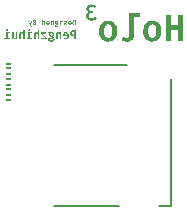
<source format=gbo>
G04*
G04 #@! TF.GenerationSoftware,Altium Limited,Altium Designer,21.7.2 (23)*
G04*
G04 Layer_Color=32896*
%FSLAX25Y25*%
%MOIN*%
G70*
G04*
G04 #@! TF.SameCoordinates,B8FF2686-26FE-4676-990D-FFE42A965D4B*
G04*
G04*
G04 #@! TF.FilePolarity,Positive*
G04*
G01*
G75*
%ADD12C,0.00100*%
%ADD76C,0.00500*%
G36*
X38450Y62450D02*
X39750D01*
Y62800D01*
X38450D01*
Y62450D01*
D02*
G37*
G36*
X39750Y64350D02*
X38450D01*
X38450Y64000D01*
X39750D01*
X39750Y64350D01*
D02*
G37*
G36*
X38450Y65950D02*
X39750D01*
Y66300D01*
X38450D01*
Y65950D01*
D02*
G37*
G36*
X39750Y67850D02*
X38450D01*
X38450Y67500D01*
X39750D01*
X39750Y67850D01*
D02*
G37*
G36*
X38450Y69450D02*
X39750D01*
Y69800D01*
X38450D01*
Y69450D01*
D02*
G37*
G36*
X39750Y71350D02*
X38450D01*
X38450Y71000D01*
X39750D01*
X39750Y71350D01*
D02*
G37*
G36*
X38450Y72950D02*
X39750D01*
Y73300D01*
X38450D01*
Y72950D01*
D02*
G37*
G36*
X39750Y74850D02*
X38450D01*
X38450Y74500D01*
X39750D01*
X39750Y74850D01*
D02*
G37*
G36*
X67201Y94289D02*
X67367Y94265D01*
X67526Y94231D01*
X67676Y94190D01*
X67817Y94140D01*
X67950Y94081D01*
X68075Y94015D01*
X68192Y93956D01*
X68292Y93890D01*
X68384Y93823D01*
X68467Y93765D01*
X68533Y93715D01*
X68583Y93673D01*
X68625Y93640D01*
X68650Y93615D01*
X68658Y93606D01*
X68150Y93065D01*
X68042Y93148D01*
X67942Y93223D01*
X67859Y93282D01*
X67775Y93332D01*
X67717Y93365D01*
X67667Y93398D01*
X67634Y93406D01*
X67625Y93415D01*
X67534Y93448D01*
X67442Y93481D01*
X67351Y93498D01*
X67267Y93506D01*
X67201Y93515D01*
X67142Y93523D01*
X67092D01*
X66934Y93506D01*
X66867Y93498D01*
X66801Y93481D01*
X66751Y93465D01*
X66717Y93457D01*
X66693Y93440D01*
X66684D01*
X66559Y93365D01*
X66518Y93323D01*
X66476Y93290D01*
X66443Y93257D01*
X66418Y93223D01*
X66409Y93207D01*
X66401Y93198D01*
X66368Y93140D01*
X66334Y93082D01*
X66309Y92957D01*
X66301Y92907D01*
X66293Y92865D01*
Y92840D01*
Y92832D01*
X66301Y92748D01*
X66309Y92665D01*
X66326Y92598D01*
X66343Y92540D01*
X66368Y92490D01*
X66384Y92457D01*
X66393Y92432D01*
X66401Y92424D01*
X66493Y92315D01*
X66593Y92240D01*
X66634Y92215D01*
X66667Y92199D01*
X66693Y92182D01*
X66701D01*
X66842Y92132D01*
X66909Y92115D01*
X66976Y92107D01*
X67026D01*
X67067Y92099D01*
X67484D01*
X67592Y91349D01*
X67076D01*
X66926Y91341D01*
X66793Y91316D01*
X66676Y91291D01*
X66576Y91257D01*
X66509Y91216D01*
X66451Y91191D01*
X66418Y91166D01*
X66409Y91157D01*
X66334Y91083D01*
X66276Y90983D01*
X66234Y90882D01*
X66201Y90783D01*
X66184Y90691D01*
X66176Y90616D01*
Y90558D01*
Y90549D01*
Y90541D01*
X66184Y90399D01*
X66218Y90266D01*
X66251Y90158D01*
X66301Y90074D01*
X66343Y90000D01*
X66384Y89950D01*
X66418Y89916D01*
X66426Y89908D01*
X66526Y89833D01*
X66642Y89775D01*
X66751Y89741D01*
X66867Y89708D01*
X66967Y89691D01*
X67042Y89683D01*
X67117D01*
X67226Y89691D01*
X67334Y89700D01*
X67434Y89716D01*
X67517Y89741D01*
X67592Y89766D01*
X67642Y89783D01*
X67676Y89791D01*
X67692Y89800D01*
X67792Y89850D01*
X67884Y89908D01*
X67975Y89975D01*
X68050Y90041D01*
X68117Y90100D01*
X68175Y90149D01*
X68209Y90183D01*
X68217Y90191D01*
X68800Y89675D01*
X68675Y89533D01*
X68542Y89408D01*
X68417Y89300D01*
X68292Y89217D01*
X68192Y89158D01*
X68109Y89108D01*
X68075Y89092D01*
X68050Y89083D01*
X68042Y89075D01*
X68034D01*
X67867Y89017D01*
X67700Y88975D01*
X67542Y88942D01*
X67392Y88925D01*
X67267Y88908D01*
X67217D01*
X67167Y88900D01*
X67084D01*
X66876Y88908D01*
X66693Y88933D01*
X66518Y88967D01*
X66368Y89000D01*
X66251Y89033D01*
X66201Y89050D01*
X66159Y89067D01*
X66126Y89083D01*
X66101Y89092D01*
X66093Y89100D01*
X66084D01*
X65934Y89183D01*
X65793Y89283D01*
X65676Y89375D01*
X65585Y89466D01*
X65510Y89550D01*
X65451Y89625D01*
X65418Y89666D01*
X65410Y89683D01*
X65326Y89825D01*
X65268Y89966D01*
X65226Y90108D01*
X65201Y90233D01*
X65176Y90349D01*
X65168Y90433D01*
Y90466D01*
Y90491D01*
Y90499D01*
Y90508D01*
X65176Y90649D01*
X65193Y90783D01*
X65218Y90899D01*
X65251Y90999D01*
X65285Y91083D01*
X65310Y91141D01*
X65326Y91174D01*
X65335Y91191D01*
X65401Y91291D01*
X65476Y91382D01*
X65551Y91457D01*
X65618Y91516D01*
X65685Y91566D01*
X65735Y91607D01*
X65768Y91624D01*
X65785Y91632D01*
X65885Y91682D01*
X65984Y91724D01*
X66084Y91749D01*
X66168Y91765D01*
X66234Y91774D01*
X66293Y91782D01*
X66251D01*
X66159Y91799D01*
X66076Y91816D01*
X66001Y91849D01*
X65943Y91882D01*
X65893Y91907D01*
X65860Y91924D01*
X65851Y91932D01*
X65768Y91999D01*
X65693Y92074D01*
X65626Y92149D01*
X65576Y92215D01*
X65535Y92274D01*
X65501Y92324D01*
X65485Y92357D01*
X65476Y92365D01*
X65426Y92465D01*
X65393Y92573D01*
X65368Y92673D01*
X65351Y92765D01*
X65343Y92840D01*
X65335Y92898D01*
Y92940D01*
Y92957D01*
X65343Y93090D01*
X65368Y93215D01*
X65401Y93332D01*
X65435Y93432D01*
X65476Y93515D01*
X65510Y93581D01*
X65535Y93615D01*
X65543Y93631D01*
X65626Y93740D01*
X65726Y93840D01*
X65826Y93923D01*
X65918Y93990D01*
X66009Y94040D01*
X66076Y94081D01*
X66126Y94106D01*
X66134Y94115D01*
X66143D01*
X66293Y94173D01*
X66443Y94223D01*
X66593Y94256D01*
X66726Y94273D01*
X66851Y94289D01*
X66942Y94298D01*
X67026D01*
X67201Y94289D01*
D02*
G37*
G36*
X97600Y82053D02*
X95934D01*
Y85884D01*
X93436D01*
Y82053D01*
X91756D01*
Y90728D01*
X93436D01*
Y87285D01*
X95934D01*
Y90728D01*
X97600D01*
Y82053D01*
D02*
G37*
G36*
X83165Y90089D02*
X81208D01*
Y84051D01*
X81194Y83815D01*
X81166Y83593D01*
X81124Y83399D01*
X81083Y83232D01*
X81041Y83094D01*
X80999Y82983D01*
X80972Y82927D01*
X80958Y82899D01*
X80847Y82733D01*
X80736Y82580D01*
X80611Y82455D01*
X80486Y82344D01*
X80375Y82261D01*
X80292Y82205D01*
X80236Y82164D01*
X80208Y82150D01*
X80014Y82067D01*
X79806Y82011D01*
X79611Y81955D01*
X79431Y81928D01*
X79264Y81914D01*
X79140Y81900D01*
X79029D01*
X78668Y81914D01*
X78335Y81969D01*
X78029Y82039D01*
X77766Y82108D01*
X77543Y82191D01*
X77460Y82219D01*
X77377Y82247D01*
X77321Y82275D01*
X77280Y82302D01*
X77252Y82316D01*
X77238D01*
X77641Y83455D01*
X77863Y83371D01*
X78071Y83316D01*
X78265Y83274D01*
X78418Y83246D01*
X78557Y83232D01*
X78654Y83219D01*
X78737D01*
X78890Y83232D01*
X79015Y83246D01*
X79126Y83274D01*
X79209Y83302D01*
X79278Y83330D01*
X79334Y83357D01*
X79362Y83385D01*
X79376D01*
X79445Y83455D01*
X79501Y83538D01*
X79528Y83635D01*
X79556Y83732D01*
X79570Y83815D01*
X79584Y83871D01*
Y83926D01*
Y83940D01*
Y91338D01*
X83165D01*
Y90089D01*
D02*
G37*
G36*
X87662Y88909D02*
X87981Y88854D01*
X88273Y88784D01*
X88509Y88701D01*
X88703Y88604D01*
X88856Y88535D01*
X88911Y88507D01*
X88953Y88479D01*
X88967Y88465D01*
X88981D01*
X89217Y88285D01*
X89425Y88090D01*
X89605Y87882D01*
X89758Y87688D01*
X89869Y87507D01*
X89952Y87355D01*
X89980Y87313D01*
X90008Y87272D01*
X90022Y87244D01*
Y87230D01*
X90133Y86925D01*
X90216Y86605D01*
X90285Y86300D01*
X90327Y86022D01*
X90355Y85773D01*
Y85662D01*
X90368Y85578D01*
Y85495D01*
Y85439D01*
Y85412D01*
Y85398D01*
X90355Y85009D01*
X90313Y84648D01*
X90258Y84329D01*
X90188Y84065D01*
X90160Y83940D01*
X90133Y83829D01*
X90105Y83746D01*
X90077Y83663D01*
X90049Y83607D01*
X90035Y83566D01*
X90022Y83538D01*
Y83524D01*
X89869Y83246D01*
X89702Y82996D01*
X89536Y82788D01*
X89369Y82622D01*
X89217Y82497D01*
X89092Y82400D01*
X89008Y82330D01*
X88994Y82316D01*
X88981D01*
X88717Y82178D01*
X88439Y82080D01*
X88162Y81997D01*
X87898Y81955D01*
X87676Y81928D01*
X87579Y81914D01*
X87495D01*
X87426Y81900D01*
X87329D01*
X86982Y81914D01*
X86663Y81969D01*
X86385Y82039D01*
X86149Y82122D01*
X85955Y82191D01*
X85816Y82261D01*
X85760Y82289D01*
X85719Y82316D01*
X85705Y82330D01*
X85691D01*
X85441Y82511D01*
X85233Y82705D01*
X85053Y82899D01*
X84914Y83108D01*
X84803Y83274D01*
X84719Y83427D01*
X84692Y83482D01*
X84664Y83524D01*
X84650Y83538D01*
Y83552D01*
X84525Y83857D01*
X84442Y84176D01*
X84372Y84496D01*
X84331Y84787D01*
X84303Y85037D01*
Y85148D01*
X84289Y85231D01*
Y85315D01*
Y85370D01*
Y85398D01*
Y85412D01*
X84303Y85800D01*
X84345Y86147D01*
X84400Y86466D01*
X84456Y86730D01*
X84497Y86841D01*
X84525Y86952D01*
X84553Y87036D01*
X84581Y87119D01*
X84608Y87174D01*
X84622Y87216D01*
X84636Y87244D01*
Y87258D01*
X84775Y87535D01*
X84941Y87785D01*
X85122Y87993D01*
X85288Y88160D01*
X85441Y88299D01*
X85566Y88396D01*
X85649Y88465D01*
X85663Y88479D01*
X85677D01*
X85941Y88632D01*
X86218Y88743D01*
X86496Y88812D01*
X86746Y88868D01*
X86982Y88895D01*
X87065Y88909D01*
X87148Y88923D01*
X87315D01*
X87662Y88909D01*
D02*
G37*
G36*
X72949D02*
X73268Y88854D01*
X73560Y88784D01*
X73796Y88701D01*
X73990Y88604D01*
X74143Y88535D01*
X74198Y88507D01*
X74240Y88479D01*
X74254Y88465D01*
X74268D01*
X74504Y88285D01*
X74712Y88090D01*
X74892Y87882D01*
X75045Y87688D01*
X75156Y87507D01*
X75239Y87355D01*
X75267Y87313D01*
X75295Y87272D01*
X75309Y87244D01*
Y87230D01*
X75420Y86925D01*
X75503Y86605D01*
X75572Y86300D01*
X75614Y86022D01*
X75642Y85773D01*
Y85662D01*
X75656Y85578D01*
Y85495D01*
Y85439D01*
Y85412D01*
Y85398D01*
X75642Y85009D01*
X75600Y84648D01*
X75545Y84329D01*
X75475Y84065D01*
X75447Y83940D01*
X75420Y83829D01*
X75392Y83746D01*
X75364Y83663D01*
X75336Y83607D01*
X75323Y83566D01*
X75309Y83538D01*
Y83524D01*
X75156Y83246D01*
X74989Y82996D01*
X74823Y82788D01*
X74656Y82622D01*
X74504Y82497D01*
X74379Y82400D01*
X74296Y82330D01*
X74282Y82316D01*
X74268D01*
X74004Y82178D01*
X73726Y82080D01*
X73449Y81997D01*
X73185Y81955D01*
X72963Y81928D01*
X72866Y81914D01*
X72783D01*
X72713Y81900D01*
X72616D01*
X72269Y81914D01*
X71950Y81969D01*
X71672Y82039D01*
X71436Y82122D01*
X71242Y82191D01*
X71103Y82261D01*
X71048Y82289D01*
X71006Y82316D01*
X70992Y82330D01*
X70978D01*
X70728Y82511D01*
X70520Y82705D01*
X70340Y82899D01*
X70201Y83108D01*
X70090Y83274D01*
X70007Y83427D01*
X69979Y83482D01*
X69951Y83524D01*
X69937Y83538D01*
Y83552D01*
X69812Y83857D01*
X69729Y84176D01*
X69660Y84496D01*
X69618Y84787D01*
X69590Y85037D01*
Y85148D01*
X69576Y85231D01*
Y85315D01*
Y85370D01*
Y85398D01*
Y85412D01*
X69590Y85800D01*
X69632Y86147D01*
X69687Y86466D01*
X69743Y86730D01*
X69784Y86841D01*
X69812Y86952D01*
X69840Y87036D01*
X69868Y87119D01*
X69895Y87174D01*
X69909Y87216D01*
X69923Y87244D01*
Y87258D01*
X70062Y87535D01*
X70229Y87785D01*
X70409Y87993D01*
X70576Y88160D01*
X70728Y88299D01*
X70853Y88396D01*
X70937Y88465D01*
X70950Y88479D01*
X70964D01*
X71228Y88632D01*
X71506Y88743D01*
X71783Y88812D01*
X72033Y88868D01*
X72269Y88895D01*
X72352Y88909D01*
X72436Y88923D01*
X72602D01*
X72949Y88909D01*
D02*
G37*
G36*
X46386Y86053D02*
X46437Y86044D01*
X46478Y86030D01*
X46511Y86012D01*
X46543Y85993D01*
X46562Y85979D01*
X46575Y85970D01*
X46580Y85966D01*
X46612Y85929D01*
X46635Y85892D01*
X46654Y85850D01*
X46663Y85818D01*
X46672Y85785D01*
X46677Y85758D01*
Y85739D01*
Y85735D01*
X46672Y85684D01*
X46663Y85638D01*
X46645Y85601D01*
X46626Y85564D01*
X46612Y85536D01*
X46594Y85518D01*
X46585Y85504D01*
X46580Y85499D01*
X46543Y85467D01*
X46501Y85444D01*
X46460Y85430D01*
X46423Y85420D01*
X46386Y85411D01*
X46358Y85407D01*
X46335D01*
X46284Y85411D01*
X46234Y85420D01*
X46192Y85434D01*
X46155Y85453D01*
X46127Y85471D01*
X46109Y85485D01*
X46095Y85494D01*
X46090Y85499D01*
X46058Y85536D01*
X46035Y85577D01*
X46016Y85615D01*
X46007Y85651D01*
X45998Y85684D01*
X45993Y85711D01*
Y85730D01*
Y85735D01*
X45998Y85785D01*
X46007Y85832D01*
X46026Y85869D01*
X46040Y85901D01*
X46058Y85929D01*
X46077Y85947D01*
X46086Y85961D01*
X46090Y85966D01*
X46127Y85998D01*
X46169Y86021D01*
X46211Y86035D01*
X46247Y86049D01*
X46284Y86053D01*
X46312Y86058D01*
X46335D01*
X46386Y86053D01*
D02*
G37*
G36*
X39040D02*
X39091Y86044D01*
X39133Y86030D01*
X39165Y86012D01*
X39197Y85993D01*
X39216Y85979D01*
X39230Y85970D01*
X39234Y85966D01*
X39267Y85929D01*
X39290Y85892D01*
X39308Y85850D01*
X39317Y85818D01*
X39327Y85785D01*
X39331Y85758D01*
Y85739D01*
Y85735D01*
X39327Y85684D01*
X39317Y85638D01*
X39299Y85601D01*
X39281Y85564D01*
X39267Y85536D01*
X39248Y85518D01*
X39239Y85504D01*
X39234Y85499D01*
X39197Y85467D01*
X39156Y85444D01*
X39114Y85430D01*
X39077Y85420D01*
X39040Y85411D01*
X39013Y85407D01*
X38989D01*
X38939Y85411D01*
X38888Y85420D01*
X38846Y85434D01*
X38809Y85453D01*
X38781Y85471D01*
X38763Y85485D01*
X38749Y85494D01*
X38745Y85499D01*
X38712Y85536D01*
X38689Y85577D01*
X38671Y85615D01*
X38661Y85651D01*
X38652Y85684D01*
X38647Y85711D01*
Y85730D01*
Y85735D01*
X38652Y85785D01*
X38661Y85832D01*
X38680Y85869D01*
X38694Y85901D01*
X38712Y85929D01*
X38731Y85947D01*
X38740Y85961D01*
X38745Y85966D01*
X38781Y85998D01*
X38823Y86021D01*
X38865Y86035D01*
X38902Y86049D01*
X38939Y86053D01*
X38966Y86058D01*
X38989D01*
X39040Y86053D01*
D02*
G37*
G36*
X49685Y85859D02*
Y82778D01*
X49144D01*
Y84344D01*
X49075Y84427D01*
X49042Y84460D01*
X49010Y84492D01*
X48983Y84515D01*
X48959Y84533D01*
X48946Y84543D01*
X48941Y84547D01*
X48895Y84575D01*
X48849Y84598D01*
X48807Y84612D01*
X48765Y84626D01*
X48733Y84630D01*
X48710Y84635D01*
X48687D01*
X48636Y84630D01*
X48590Y84626D01*
X48557Y84612D01*
X48525Y84598D01*
X48507Y84584D01*
X48488Y84575D01*
X48483Y84566D01*
X48479Y84561D01*
X48460Y84529D01*
X48442Y84492D01*
X48428Y84413D01*
X48423Y84376D01*
X48419Y84344D01*
Y84325D01*
Y84316D01*
Y82778D01*
X47878D01*
Y84386D01*
X47883Y84496D01*
X47901Y84598D01*
X47929Y84686D01*
X47957Y84755D01*
X47989Y84811D01*
X48012Y84852D01*
X48031Y84875D01*
X48040Y84885D01*
X48105Y84945D01*
X48183Y84991D01*
X48262Y85023D01*
X48340Y85042D01*
X48410Y85056D01*
X48442Y85060D01*
X48470D01*
X48488Y85065D01*
X48520D01*
X48594Y85060D01*
X48664Y85051D01*
X48728Y85037D01*
X48788Y85023D01*
X48835Y85005D01*
X48872Y84991D01*
X48895Y84982D01*
X48904Y84977D01*
X48969Y84940D01*
X49019Y84903D01*
X49061Y84866D01*
X49093Y84829D01*
X49117Y84797D01*
X49130Y84769D01*
X49140Y84750D01*
X49144Y84746D01*
Y85919D01*
X49685Y85859D01*
D02*
G37*
G36*
X44787D02*
Y82778D01*
X44247D01*
Y84344D01*
X44178Y84427D01*
X44145Y84460D01*
X44113Y84492D01*
X44085Y84515D01*
X44062Y84533D01*
X44048Y84543D01*
X44044Y84547D01*
X43997Y84575D01*
X43951Y84598D01*
X43910Y84612D01*
X43868Y84626D01*
X43836Y84630D01*
X43813Y84635D01*
X43790D01*
X43739Y84630D01*
X43693Y84626D01*
X43660Y84612D01*
X43628Y84598D01*
X43609Y84584D01*
X43591Y84575D01*
X43586Y84566D01*
X43582Y84561D01*
X43563Y84529D01*
X43545Y84492D01*
X43531Y84413D01*
X43526Y84376D01*
X43522Y84344D01*
Y84325D01*
Y84316D01*
Y82778D01*
X42981D01*
Y84386D01*
X42986Y84496D01*
X43004Y84598D01*
X43032Y84686D01*
X43060Y84755D01*
X43092Y84811D01*
X43115Y84852D01*
X43134Y84875D01*
X43143Y84885D01*
X43207Y84945D01*
X43286Y84991D01*
X43365Y85023D01*
X43443Y85042D01*
X43512Y85056D01*
X43545Y85060D01*
X43573D01*
X43591Y85065D01*
X43623D01*
X43697Y85060D01*
X43766Y85051D01*
X43831Y85037D01*
X43891Y85023D01*
X43937Y85005D01*
X43974Y84991D01*
X43997Y84982D01*
X44007Y84977D01*
X44071Y84940D01*
X44122Y84903D01*
X44164Y84866D01*
X44196Y84829D01*
X44219Y84797D01*
X44233Y84769D01*
X44242Y84750D01*
X44247Y84746D01*
Y85919D01*
X44787Y85859D01*
D02*
G37*
G36*
X58666Y85060D02*
X58768Y85042D01*
X58860Y85014D01*
X58939Y84986D01*
X59008Y84958D01*
X59054Y84931D01*
X59073Y84921D01*
X59086Y84912D01*
X59091Y84908D01*
X59096D01*
X59179Y84848D01*
X59248Y84778D01*
X59308Y84709D01*
X59359Y84640D01*
X59401Y84580D01*
X59428Y84533D01*
X59438Y84515D01*
X59447Y84501D01*
X59451Y84492D01*
Y84487D01*
X59493Y84386D01*
X59521Y84284D01*
X59544Y84182D01*
X59558Y84090D01*
X59567Y84011D01*
Y83974D01*
X59571Y83947D01*
Y83924D01*
Y83905D01*
Y83896D01*
Y83891D01*
X59567Y83767D01*
X59553Y83651D01*
X59530Y83545D01*
X59507Y83457D01*
X59488Y83383D01*
X59474Y83355D01*
X59465Y83328D01*
X59456Y83309D01*
X59451Y83295D01*
X59447Y83286D01*
Y83281D01*
X59396Y83189D01*
X59336Y83106D01*
X59276Y83037D01*
X59216Y82977D01*
X59160Y82930D01*
X59119Y82898D01*
X59100Y82884D01*
X59086Y82879D01*
X59082Y82870D01*
X59077D01*
X58980Y82824D01*
X58883Y82787D01*
X58786Y82764D01*
X58694Y82745D01*
X58615Y82736D01*
X58583Y82732D01*
X58551D01*
X58527Y82727D01*
X58495D01*
X58412Y82732D01*
X58329Y82736D01*
X58255Y82750D01*
X58190Y82764D01*
X58135Y82773D01*
X58093Y82787D01*
X58065Y82792D01*
X58056Y82796D01*
X57978Y82824D01*
X57904Y82861D01*
X57839Y82898D01*
X57784Y82935D01*
X57733Y82967D01*
X57700Y82995D01*
X57677Y83018D01*
X57668Y83023D01*
X57899Y83346D01*
X57959Y83309D01*
X58019Y83281D01*
X58070Y83254D01*
X58112Y83235D01*
X58149Y83217D01*
X58176Y83207D01*
X58195Y83203D01*
X58199Y83198D01*
X58296Y83170D01*
X58343Y83161D01*
X58384Y83157D01*
X58421D01*
X58449Y83152D01*
X58472D01*
X58555Y83157D01*
X58629Y83175D01*
X58694Y83198D01*
X58749Y83226D01*
X58791Y83249D01*
X58823Y83272D01*
X58842Y83291D01*
X58851Y83295D01*
X58902Y83355D01*
X58939Y83420D01*
X58966Y83489D01*
X58989Y83559D01*
X59003Y83614D01*
X59013Y83665D01*
Y83683D01*
X59017Y83697D01*
Y83702D01*
Y83706D01*
X57594D01*
X57585Y83803D01*
Y83845D01*
X57580Y83877D01*
Y83910D01*
Y83933D01*
Y83947D01*
Y83951D01*
X57585Y84071D01*
X57599Y84187D01*
X57617Y84284D01*
X57640Y84372D01*
X57664Y84441D01*
X57673Y84469D01*
X57682Y84492D01*
X57691Y84515D01*
X57696Y84529D01*
X57700Y84533D01*
Y84538D01*
X57747Y84626D01*
X57802Y84704D01*
X57858Y84774D01*
X57913Y84829D01*
X57959Y84871D01*
X58001Y84903D01*
X58028Y84921D01*
X58033Y84926D01*
X58038D01*
X58121Y84972D01*
X58209Y85005D01*
X58296Y85032D01*
X58375Y85046D01*
X58444Y85056D01*
X58477Y85060D01*
X58500Y85065D01*
X58551D01*
X58666Y85060D01*
D02*
G37*
G36*
X42339Y83406D02*
X42330Y83291D01*
X42311Y83189D01*
X42288Y83106D01*
X42256Y83032D01*
X42223Y82977D01*
X42200Y82935D01*
X42182Y82912D01*
X42173Y82902D01*
X42103Y82842D01*
X42025Y82801D01*
X41942Y82769D01*
X41863Y82750D01*
X41789Y82736D01*
X41761Y82732D01*
X41734D01*
X41711Y82727D01*
X41678D01*
X41604Y82732D01*
X41530Y82741D01*
X41466Y82755D01*
X41406Y82773D01*
X41355Y82787D01*
X41318Y82801D01*
X41295Y82810D01*
X41286Y82815D01*
X41221Y82852D01*
X41165Y82889D01*
X41119Y82930D01*
X41087Y82967D01*
X41059Y83000D01*
X41045Y83027D01*
X41036Y83046D01*
X41032Y83050D01*
X41008Y82778D01*
X40537D01*
Y85005D01*
X41078D01*
Y83420D01*
X41105Y83378D01*
X41138Y83341D01*
X41170Y83309D01*
X41202Y83281D01*
X41230Y83258D01*
X41253Y83240D01*
X41272Y83231D01*
X41276Y83226D01*
X41322Y83198D01*
X41369Y83180D01*
X41415Y83166D01*
X41452Y83157D01*
X41484Y83152D01*
X41512Y83147D01*
X41535D01*
X41581Y83152D01*
X41623Y83157D01*
X41660Y83170D01*
X41688Y83184D01*
X41711Y83194D01*
X41725Y83207D01*
X41734Y83212D01*
X41738Y83217D01*
X41757Y83249D01*
X41771Y83286D01*
X41789Y83369D01*
X41794Y83406D01*
X41798Y83438D01*
Y83457D01*
Y83466D01*
Y85005D01*
X42339D01*
Y83406D01*
D02*
G37*
G36*
X61900Y82778D02*
X61346D01*
Y83776D01*
X61045D01*
X60948Y83780D01*
X60861Y83785D01*
X60773Y83799D01*
X60694Y83813D01*
X60620Y83831D01*
X60556Y83850D01*
X60491Y83873D01*
X60435Y83896D01*
X60385Y83914D01*
X60343Y83937D01*
X60306Y83956D01*
X60274Y83974D01*
X60251Y83988D01*
X60232Y84002D01*
X60223Y84007D01*
X60218Y84011D01*
X60163Y84057D01*
X60117Y84113D01*
X60075Y84168D01*
X60038Y84228D01*
X60010Y84289D01*
X59983Y84349D01*
X59946Y84469D01*
X59936Y84524D01*
X59927Y84575D01*
X59918Y84626D01*
X59913Y84667D01*
X59909Y84700D01*
Y84723D01*
Y84741D01*
Y84746D01*
X59913Y84829D01*
X59923Y84908D01*
X59936Y84982D01*
X59955Y85046D01*
X59983Y85106D01*
X60006Y85166D01*
X60034Y85217D01*
X60061Y85263D01*
X60094Y85300D01*
X60121Y85337D01*
X60144Y85365D01*
X60167Y85393D01*
X60191Y85411D01*
X60204Y85425D01*
X60214Y85430D01*
X60218Y85434D01*
X60278Y85476D01*
X60343Y85513D01*
X60412Y85541D01*
X60482Y85568D01*
X60625Y85610D01*
X60764Y85638D01*
X60828Y85647D01*
X60888Y85651D01*
X60939Y85661D01*
X60985D01*
X61022Y85665D01*
X61900D01*
Y82778D01*
D02*
G37*
G36*
X55940Y85060D02*
X56014Y85051D01*
X56083Y85037D01*
X56139Y85018D01*
X56190Y85000D01*
X56231Y84986D01*
X56254Y84977D01*
X56264Y84972D01*
X56333Y84935D01*
X56388Y84894D01*
X56435Y84857D01*
X56472Y84820D01*
X56499Y84783D01*
X56518Y84755D01*
X56527Y84737D01*
X56532Y84732D01*
X56559Y85005D01*
X57030D01*
Y82778D01*
X56490D01*
Y84349D01*
X56421Y84432D01*
X56384Y84464D01*
X56351Y84496D01*
X56324Y84519D01*
X56301Y84538D01*
X56287Y84547D01*
X56282Y84552D01*
X56236Y84580D01*
X56190Y84598D01*
X56148Y84617D01*
X56111Y84626D01*
X56079Y84630D01*
X56051Y84635D01*
X55991D01*
X55954Y84630D01*
X55926Y84621D01*
X55903Y84617D01*
X55885Y84607D01*
X55871Y84598D01*
X55866Y84593D01*
X55862D01*
X55843Y84575D01*
X55825Y84552D01*
X55802Y84506D01*
X55797Y84483D01*
X55792Y84469D01*
X55788Y84455D01*
Y84450D01*
X55778Y84409D01*
X55774Y84363D01*
X55769Y84270D01*
X55765Y84224D01*
Y84192D01*
Y84168D01*
Y84159D01*
Y82778D01*
X55224D01*
Y84386D01*
X55229Y84496D01*
X55247Y84598D01*
X55275Y84686D01*
X55303Y84755D01*
X55335Y84811D01*
X55358Y84852D01*
X55377Y84875D01*
X55386Y84885D01*
X55450Y84945D01*
X55529Y84991D01*
X55608Y85023D01*
X55686Y85042D01*
X55755Y85056D01*
X55788Y85060D01*
X55816D01*
X55834Y85065D01*
X55866D01*
X55940Y85060D01*
D02*
G37*
G36*
X52032Y84561D02*
X50978D01*
X52124Y83161D01*
Y82778D01*
X50396D01*
X50341Y83221D01*
X51496D01*
X50355Y84621D01*
Y85005D01*
X52032D01*
Y84561D01*
D02*
G37*
G36*
X47139Y84593D02*
X46515D01*
Y83189D01*
X47162D01*
Y82778D01*
X45393D01*
Y83189D01*
X45979D01*
Y85005D01*
X47139D01*
Y84593D01*
D02*
G37*
G36*
X39793D02*
X39170D01*
Y83189D01*
X39816D01*
Y82778D01*
X38047D01*
Y83189D01*
X38634D01*
Y85005D01*
X39793D01*
Y84593D01*
D02*
G37*
G36*
X52776Y85254D02*
X52836Y85226D01*
X52891Y85203D01*
X52937Y85185D01*
X52974Y85171D01*
X52997Y85162D01*
X53016Y85153D01*
X53020D01*
X53067Y85139D01*
X53117Y85125D01*
X53164Y85111D01*
X53210Y85102D01*
X53251Y85092D01*
X53284Y85088D01*
X53302Y85083D01*
X53311D01*
X53376Y85074D01*
X53445Y85069D01*
X53515Y85065D01*
X53579D01*
X53635Y85060D01*
X53723D01*
X53820Y85056D01*
X53912Y85046D01*
X53995Y85028D01*
X54069Y85009D01*
X54124Y84991D01*
X54171Y84972D01*
X54198Y84963D01*
X54203Y84958D01*
X54208D01*
X54282Y84917D01*
X54351Y84875D01*
X54406Y84829D01*
X54453Y84783D01*
X54489Y84741D01*
X54517Y84709D01*
X54536Y84686D01*
X54540Y84677D01*
X54582Y84607D01*
X54610Y84538D01*
X54633Y84464D01*
X54647Y84399D01*
X54656Y84344D01*
X54660Y84302D01*
Y84284D01*
Y84270D01*
Y84265D01*
Y84261D01*
X54656Y84182D01*
X54647Y84108D01*
X54633Y84044D01*
X54614Y83988D01*
X54596Y83942D01*
X54582Y83910D01*
X54573Y83891D01*
X54568Y83882D01*
X54527Y83827D01*
X54485Y83780D01*
X54439Y83743D01*
X54392Y83711D01*
X54351Y83688D01*
X54319Y83670D01*
X54300Y83660D01*
X54291Y83656D01*
X54328Y83637D01*
X54365Y83614D01*
X54392Y83586D01*
X54420Y83559D01*
X54439Y83535D01*
X54453Y83517D01*
X54462Y83503D01*
X54466Y83499D01*
X54489Y83457D01*
X54503Y83420D01*
X54517Y83378D01*
X54522Y83346D01*
X54527Y83314D01*
X54531Y83291D01*
Y83277D01*
Y83272D01*
X54527Y83226D01*
X54522Y83180D01*
X54508Y83143D01*
X54494Y83106D01*
X54485Y83078D01*
X54471Y83055D01*
X54466Y83041D01*
X54462Y83037D01*
X54430Y83000D01*
X54397Y82967D01*
X54360Y82939D01*
X54328Y82916D01*
X54295Y82898D01*
X54272Y82884D01*
X54254Y82879D01*
X54249Y82875D01*
X54194Y82856D01*
X54134Y82842D01*
X54078Y82829D01*
X54023Y82824D01*
X53977Y82819D01*
X53935Y82815D01*
X53533D01*
X53469Y82810D01*
X53413Y82806D01*
X53367Y82796D01*
X53325Y82787D01*
X53298Y82773D01*
X53275Y82764D01*
X53261Y82759D01*
X53256Y82755D01*
X53224Y82732D01*
X53196Y82704D01*
X53177Y82676D01*
X53168Y82648D01*
X53159Y82625D01*
X53154Y82607D01*
Y82593D01*
Y82588D01*
X53159Y82542D01*
X53173Y82501D01*
X53196Y82464D01*
X53219Y82436D01*
X53242Y82413D01*
X53265Y82399D01*
X53279Y82390D01*
X53284Y82385D01*
X53339Y82362D01*
X53408Y82344D01*
X53482Y82330D01*
X53552Y82320D01*
X53621Y82316D01*
X53676Y82311D01*
X53806D01*
X53870Y82316D01*
X53926Y82320D01*
X53972Y82330D01*
X54009Y82334D01*
X54032Y82339D01*
X54051Y82344D01*
X54055D01*
X54092Y82357D01*
X54124Y82371D01*
X54148Y82385D01*
X54171Y82404D01*
X54185Y82417D01*
X54194Y82427D01*
X54203Y82431D01*
Y82436D01*
X54217Y82464D01*
X54226Y82496D01*
X54235Y82561D01*
X54240Y82593D01*
Y82621D01*
Y82639D01*
Y82644D01*
X54730D01*
X54725Y82547D01*
X54716Y82464D01*
X54702Y82390D01*
X54684Y82325D01*
X54665Y82279D01*
X54651Y82242D01*
X54642Y82223D01*
X54637Y82214D01*
X54596Y82159D01*
X54545Y82112D01*
X54494Y82071D01*
X54443Y82039D01*
X54397Y82011D01*
X54360Y81992D01*
X54332Y81983D01*
X54328Y81978D01*
X54323D01*
X54235Y81951D01*
X54138Y81932D01*
X54037Y81919D01*
X53940Y81909D01*
X53857Y81905D01*
X53820D01*
X53787Y81900D01*
X53727D01*
X53602Y81905D01*
X53487Y81914D01*
X53381Y81928D01*
X53293Y81942D01*
X53224Y81955D01*
X53196Y81965D01*
X53173Y81969D01*
X53150Y81974D01*
X53136Y81978D01*
X53131Y81983D01*
X53127D01*
X53039Y82016D01*
X52960Y82057D01*
X52896Y82099D01*
X52845Y82136D01*
X52803Y82173D01*
X52771Y82200D01*
X52752Y82219D01*
X52748Y82228D01*
X52702Y82293D01*
X52669Y82357D01*
X52646Y82422D01*
X52632Y82487D01*
X52618Y82538D01*
X52614Y82584D01*
Y82612D01*
Y82616D01*
Y82621D01*
X52618Y82685D01*
X52632Y82745D01*
X52646Y82801D01*
X52665Y82847D01*
X52688Y82884D01*
X52702Y82916D01*
X52715Y82935D01*
X52720Y82939D01*
X52762Y82990D01*
X52812Y83037D01*
X52859Y83078D01*
X52909Y83110D01*
X52951Y83138D01*
X52983Y83157D01*
X53007Y83166D01*
X53016Y83170D01*
X53090Y83198D01*
X53159Y83217D01*
X53233Y83235D01*
X53298Y83244D01*
X53353Y83249D01*
X53399Y83254D01*
X53861D01*
X53898Y83258D01*
X53930Y83263D01*
X53954Y83272D01*
X53972Y83277D01*
X53986Y83281D01*
X53991Y83286D01*
X53995D01*
X54023Y83314D01*
X54037Y83341D01*
X54041Y83364D01*
Y83374D01*
X54037Y83402D01*
X54027Y83429D01*
X54023Y83448D01*
X54018Y83452D01*
X54004Y83480D01*
X53991Y83499D01*
X53986Y83508D01*
X53981Y83512D01*
X53940Y83499D01*
X53889Y83489D01*
X53843Y83485D01*
X53796Y83480D01*
X53755Y83475D01*
X53690D01*
X53593Y83480D01*
X53505Y83489D01*
X53427Y83508D01*
X53358Y83526D01*
X53302Y83540D01*
X53261Y83559D01*
X53233Y83568D01*
X53224Y83572D01*
X53150Y83614D01*
X53090Y83656D01*
X53034Y83702D01*
X52993Y83743D01*
X52960Y83785D01*
X52933Y83817D01*
X52919Y83836D01*
X52914Y83845D01*
X52877Y83914D01*
X52849Y83984D01*
X52831Y84048D01*
X52817Y84113D01*
X52808Y84168D01*
X52803Y84210D01*
Y84238D01*
Y84242D01*
Y84247D01*
X52808Y84321D01*
X52817Y84386D01*
X52836Y84441D01*
X52854Y84492D01*
X52873Y84533D01*
X52891Y84566D01*
X52900Y84584D01*
X52905Y84589D01*
X52946Y84635D01*
X52993Y84677D01*
X53039Y84704D01*
X53085Y84723D01*
X53127Y84737D01*
X53159Y84746D01*
X53182Y84750D01*
X53127D01*
X53071Y84755D01*
X53016D01*
X52969Y84760D01*
X52928D01*
X52900Y84764D01*
X52873D01*
X52762Y84783D01*
X52706Y84797D01*
X52660Y84811D01*
X52618Y84820D01*
X52591Y84829D01*
X52568Y84838D01*
X52563D01*
X52706Y85282D01*
X52776Y85254D01*
D02*
G37*
G36*
X56945Y89290D02*
X56975Y89285D01*
X57000Y89276D01*
X57019Y89265D01*
X57039Y89254D01*
X57050Y89246D01*
X57058Y89240D01*
X57061Y89238D01*
X57080Y89215D01*
X57094Y89193D01*
X57105Y89168D01*
X57111Y89149D01*
X57116Y89130D01*
X57119Y89113D01*
Y89102D01*
Y89099D01*
X57116Y89069D01*
X57111Y89041D01*
X57100Y89019D01*
X57089Y88997D01*
X57080Y88980D01*
X57069Y88969D01*
X57064Y88961D01*
X57061Y88958D01*
X57039Y88938D01*
X57014Y88925D01*
X56989Y88916D01*
X56967Y88911D01*
X56945Y88905D01*
X56928Y88902D01*
X56914D01*
X56884Y88905D01*
X56853Y88911D01*
X56828Y88919D01*
X56806Y88930D01*
X56789Y88941D01*
X56778Y88950D01*
X56770Y88955D01*
X56767Y88958D01*
X56748Y88980D01*
X56734Y89005D01*
X56723Y89027D01*
X56717Y89049D01*
X56712Y89069D01*
X56709Y89085D01*
Y89096D01*
Y89099D01*
X56712Y89130D01*
X56717Y89157D01*
X56728Y89179D01*
X56737Y89199D01*
X56748Y89215D01*
X56759Y89227D01*
X56764Y89235D01*
X56767Y89238D01*
X56789Y89257D01*
X56814Y89271D01*
X56839Y89279D01*
X56861Y89288D01*
X56884Y89290D01*
X56900Y89293D01*
X56914D01*
X56945Y89290D01*
D02*
G37*
G36*
X46834Y87326D02*
X46748D01*
X46773Y87279D01*
X46787Y87260D01*
X46798Y87240D01*
X46809Y87227D01*
X46817Y87216D01*
X46823Y87207D01*
X46826Y87204D01*
X46862Y87166D01*
X46900Y87135D01*
X46917Y87124D01*
X46931Y87116D01*
X46939Y87113D01*
X46942Y87110D01*
X46973Y87096D01*
X47006Y87085D01*
X47042Y87074D01*
X47078Y87066D01*
X47111Y87058D01*
X47136Y87055D01*
X47147Y87052D01*
X47155Y87049D01*
X47161D01*
X47122Y86800D01*
X47069Y86805D01*
X47020Y86814D01*
X46973Y86822D01*
X46931Y86833D01*
X46889Y86847D01*
X46853Y86861D01*
X46820Y86875D01*
X46792Y86889D01*
X46765Y86902D01*
X46743Y86916D01*
X46723Y86927D01*
X46707Y86939D01*
X46696Y86947D01*
X46687Y86955D01*
X46682Y86958D01*
X46679Y86961D01*
X46626Y87016D01*
X46579Y87077D01*
X46538Y87141D01*
X46504Y87199D01*
X46479Y87254D01*
X46468Y87276D01*
X46460Y87299D01*
X46455Y87315D01*
X46449Y87326D01*
X46446Y87335D01*
Y87337D01*
X45997Y88661D01*
X46324D01*
X46635Y87564D01*
X46939Y88661D01*
X47274D01*
X46834Y87326D01*
D02*
G37*
G36*
X59903Y88695D02*
X59964Y88684D01*
X60019Y88667D01*
X60066Y88650D01*
X60108Y88634D01*
X60136Y88617D01*
X60147Y88612D01*
X60155Y88606D01*
X60158Y88603D01*
X60160D01*
X60210Y88567D01*
X60252Y88526D01*
X60288Y88484D01*
X60318Y88443D01*
X60343Y88407D01*
X60360Y88379D01*
X60365Y88368D01*
X60371Y88359D01*
X60374Y88354D01*
Y88351D01*
X60399Y88290D01*
X60415Y88229D01*
X60429Y88168D01*
X60437Y88113D01*
X60443Y88066D01*
Y88044D01*
X60446Y88027D01*
Y88013D01*
Y88002D01*
Y87997D01*
Y87994D01*
X60443Y87919D01*
X60435Y87850D01*
X60421Y87786D01*
X60407Y87734D01*
X60396Y87689D01*
X60388Y87673D01*
X60382Y87656D01*
X60377Y87645D01*
X60374Y87637D01*
X60371Y87631D01*
Y87628D01*
X60340Y87573D01*
X60304Y87523D01*
X60268Y87481D01*
X60233Y87445D01*
X60199Y87418D01*
X60174Y87398D01*
X60163Y87390D01*
X60155Y87387D01*
X60152Y87382D01*
X60149D01*
X60091Y87354D01*
X60033Y87332D01*
X59975Y87318D01*
X59919Y87307D01*
X59872Y87301D01*
X59853Y87299D01*
X59834D01*
X59820Y87296D01*
X59800D01*
X59750Y87299D01*
X59701Y87301D01*
X59656Y87310D01*
X59618Y87318D01*
X59584Y87323D01*
X59559Y87332D01*
X59543Y87335D01*
X59537Y87337D01*
X59490Y87354D01*
X59446Y87376D01*
X59407Y87398D01*
X59374Y87420D01*
X59343Y87440D01*
X59324Y87457D01*
X59310Y87470D01*
X59304Y87473D01*
X59443Y87667D01*
X59479Y87645D01*
X59515Y87628D01*
X59545Y87612D01*
X59570Y87600D01*
X59593Y87589D01*
X59609Y87584D01*
X59620Y87581D01*
X59623Y87578D01*
X59681Y87562D01*
X59709Y87556D01*
X59734Y87553D01*
X59756D01*
X59773Y87551D01*
X59786D01*
X59836Y87553D01*
X59881Y87564D01*
X59919Y87578D01*
X59953Y87595D01*
X59978Y87609D01*
X59997Y87623D01*
X60008Y87634D01*
X60014Y87637D01*
X60044Y87673D01*
X60066Y87711D01*
X60083Y87753D01*
X60097Y87794D01*
X60105Y87828D01*
X60111Y87858D01*
Y87869D01*
X60113Y87878D01*
Y87880D01*
Y87883D01*
X59260D01*
X59255Y87941D01*
Y87966D01*
X59252Y87986D01*
Y88005D01*
Y88019D01*
Y88027D01*
Y88030D01*
X59255Y88102D01*
X59263Y88171D01*
X59274Y88229D01*
X59288Y88282D01*
X59302Y88323D01*
X59307Y88340D01*
X59313Y88354D01*
X59318Y88368D01*
X59321Y88376D01*
X59324Y88379D01*
Y88382D01*
X59352Y88434D01*
X59385Y88481D01*
X59418Y88523D01*
X59451Y88556D01*
X59479Y88581D01*
X59504Y88600D01*
X59521Y88612D01*
X59523Y88614D01*
X59526D01*
X59576Y88642D01*
X59629Y88661D01*
X59681Y88678D01*
X59728Y88686D01*
X59770Y88692D01*
X59789Y88695D01*
X59803Y88697D01*
X59834D01*
X59903Y88695D01*
D02*
G37*
G36*
X52562D02*
X52623Y88684D01*
X52679Y88667D01*
X52726Y88650D01*
X52767Y88634D01*
X52795Y88617D01*
X52806Y88612D01*
X52814Y88606D01*
X52817Y88603D01*
X52820D01*
X52870Y88567D01*
X52911Y88526D01*
X52947Y88484D01*
X52978Y88443D01*
X53003Y88407D01*
X53019Y88379D01*
X53025Y88368D01*
X53031Y88359D01*
X53033Y88354D01*
Y88351D01*
X53058Y88290D01*
X53075Y88229D01*
X53089Y88168D01*
X53097Y88113D01*
X53102Y88066D01*
Y88044D01*
X53105Y88027D01*
Y88013D01*
Y88002D01*
Y87997D01*
Y87994D01*
X53102Y87919D01*
X53094Y87850D01*
X53080Y87786D01*
X53066Y87734D01*
X53055Y87689D01*
X53047Y87673D01*
X53041Y87656D01*
X53036Y87645D01*
X53033Y87637D01*
X53031Y87631D01*
Y87628D01*
X53000Y87573D01*
X52964Y87523D01*
X52928Y87481D01*
X52892Y87445D01*
X52859Y87418D01*
X52834Y87398D01*
X52823Y87390D01*
X52814Y87387D01*
X52812Y87382D01*
X52809D01*
X52751Y87354D01*
X52693Y87332D01*
X52634Y87318D01*
X52579Y87307D01*
X52532Y87301D01*
X52513Y87299D01*
X52493D01*
X52479Y87296D01*
X52460D01*
X52410Y87299D01*
X52360Y87301D01*
X52316Y87310D01*
X52277Y87318D01*
X52244Y87323D01*
X52219Y87332D01*
X52202Y87335D01*
X52197Y87337D01*
X52150Y87354D01*
X52105Y87376D01*
X52066Y87398D01*
X52033Y87420D01*
X52003Y87440D01*
X51983Y87457D01*
X51970Y87470D01*
X51964Y87473D01*
X52103Y87667D01*
X52139Y87645D01*
X52175Y87628D01*
X52205Y87612D01*
X52230Y87600D01*
X52252Y87589D01*
X52269Y87584D01*
X52280Y87581D01*
X52283Y87578D01*
X52341Y87562D01*
X52368Y87556D01*
X52393Y87553D01*
X52416D01*
X52432Y87551D01*
X52446D01*
X52496Y87553D01*
X52540Y87564D01*
X52579Y87578D01*
X52612Y87595D01*
X52637Y87609D01*
X52657Y87623D01*
X52668Y87634D01*
X52673Y87637D01*
X52704Y87673D01*
X52726Y87711D01*
X52742Y87753D01*
X52756Y87794D01*
X52764Y87828D01*
X52770Y87858D01*
Y87869D01*
X52773Y87878D01*
Y87880D01*
Y87883D01*
X51920D01*
X51914Y87941D01*
Y87966D01*
X51911Y87986D01*
Y88005D01*
Y88019D01*
Y88027D01*
Y88030D01*
X51914Y88102D01*
X51923Y88171D01*
X51933Y88229D01*
X51947Y88282D01*
X51961Y88323D01*
X51967Y88340D01*
X51972Y88354D01*
X51978Y88368D01*
X51981Y88376D01*
X51983Y88379D01*
Y88382D01*
X52011Y88434D01*
X52044Y88481D01*
X52078Y88523D01*
X52111Y88556D01*
X52139Y88581D01*
X52163Y88600D01*
X52180Y88612D01*
X52183Y88614D01*
X52186D01*
X52236Y88642D01*
X52288Y88661D01*
X52341Y88678D01*
X52388Y88686D01*
X52429Y88692D01*
X52449Y88695D01*
X52463Y88697D01*
X52493D01*
X52562Y88695D01*
D02*
G37*
G36*
X61900Y87326D02*
X61462D01*
X61399Y87329D01*
X61338Y87335D01*
X61279Y87343D01*
X61227Y87357D01*
X61174Y87371D01*
X61127Y87387D01*
X61083Y87407D01*
X61044Y87423D01*
X61008Y87443D01*
X60978Y87459D01*
X60950Y87476D01*
X60928Y87490D01*
X60908Y87504D01*
X60897Y87512D01*
X60889Y87517D01*
X60886Y87520D01*
X60845Y87559D01*
X60811Y87606D01*
X60778Y87656D01*
X60753Y87709D01*
X60731Y87764D01*
X60712Y87822D01*
X60698Y87878D01*
X60684Y87933D01*
X60676Y87988D01*
X60667Y88038D01*
X60665Y88082D01*
X60659Y88121D01*
Y88155D01*
X60656Y88179D01*
Y88196D01*
Y88202D01*
Y88263D01*
X60662Y88321D01*
X60667Y88373D01*
X60676Y88426D01*
X60684Y88470D01*
X60692Y88515D01*
X60703Y88553D01*
X60714Y88589D01*
X60725Y88620D01*
X60737Y88648D01*
X60745Y88673D01*
X60753Y88692D01*
X60761Y88706D01*
X60767Y88717D01*
X60770Y88722D01*
X60773Y88725D01*
X60795Y88758D01*
X60817Y88792D01*
X60867Y88847D01*
X60917Y88891D01*
X60964Y88927D01*
X61008Y88952D01*
X61025Y88963D01*
X61041Y88972D01*
X61055Y88977D01*
X61063Y88983D01*
X61069Y88986D01*
X61072D01*
X61141Y89011D01*
X61216Y89027D01*
X61285Y89041D01*
X61352Y89049D01*
X61379Y89052D01*
X61407Y89055D01*
X61432D01*
X61451Y89058D01*
X61900D01*
Y87326D01*
D02*
G37*
G36*
X57396Y88415D02*
X57022D01*
Y87573D01*
X57410D01*
Y87326D01*
X56349D01*
Y87573D01*
X56701D01*
Y88661D01*
X57396D01*
Y88415D01*
D02*
G37*
G36*
X53864Y88695D02*
X53909Y88689D01*
X53950Y88681D01*
X53983Y88670D01*
X54014Y88659D01*
X54039Y88650D01*
X54053Y88645D01*
X54058Y88642D01*
X54100Y88620D01*
X54133Y88595D01*
X54161Y88573D01*
X54183Y88551D01*
X54199Y88529D01*
X54211Y88512D01*
X54216Y88501D01*
X54219Y88498D01*
X54235Y88661D01*
X54518D01*
Y87326D01*
X54194D01*
Y88268D01*
X54152Y88318D01*
X54130Y88337D01*
X54111Y88357D01*
X54094Y88371D01*
X54080Y88382D01*
X54072Y88387D01*
X54069Y88390D01*
X54041Y88407D01*
X54014Y88418D01*
X53989Y88429D01*
X53967Y88434D01*
X53947Y88437D01*
X53931Y88440D01*
X53895D01*
X53873Y88437D01*
X53856Y88432D01*
X53842Y88429D01*
X53831Y88423D01*
X53823Y88418D01*
X53820Y88415D01*
X53817D01*
X53806Y88404D01*
X53795Y88390D01*
X53781Y88362D01*
X53778Y88348D01*
X53776Y88340D01*
X53773Y88332D01*
Y88329D01*
X53767Y88304D01*
X53764Y88276D01*
X53762Y88221D01*
X53759Y88193D01*
Y88174D01*
Y88160D01*
Y88155D01*
Y87326D01*
X53435D01*
Y88290D01*
X53438Y88357D01*
X53449Y88418D01*
X53465Y88470D01*
X53482Y88512D01*
X53501Y88545D01*
X53515Y88570D01*
X53526Y88584D01*
X53532Y88589D01*
X53571Y88625D01*
X53618Y88653D01*
X53665Y88673D01*
X53712Y88684D01*
X53753Y88692D01*
X53773Y88695D01*
X53789D01*
X53800Y88697D01*
X53820D01*
X53864Y88695D01*
D02*
G37*
G36*
X48665Y87326D02*
X48147D01*
X48042Y87332D01*
X47995Y87337D01*
X47947Y87346D01*
X47906Y87354D01*
X47864Y87362D01*
X47828Y87373D01*
X47795Y87384D01*
X47765Y87396D01*
X47740Y87407D01*
X47715Y87415D01*
X47698Y87423D01*
X47682Y87432D01*
X47671Y87437D01*
X47665Y87443D01*
X47662D01*
X47626Y87468D01*
X47598Y87493D01*
X47571Y87523D01*
X47549Y87553D01*
X47529Y87587D01*
X47513Y87620D01*
X47502Y87653D01*
X47491Y87684D01*
X47477Y87742D01*
X47471Y87770D01*
X47468Y87792D01*
X47466Y87811D01*
Y87825D01*
Y87833D01*
Y87836D01*
X47471Y87905D01*
X47485Y87966D01*
X47502Y88019D01*
X47524Y88060D01*
X47546Y88094D01*
X47563Y88116D01*
X47576Y88130D01*
X47582Y88135D01*
X47626Y88168D01*
X47673Y88193D01*
X47718Y88216D01*
X47759Y88229D01*
X47795Y88238D01*
X47826Y88243D01*
X47837D01*
X47845Y88246D01*
X47851D01*
X47806Y88252D01*
X47765Y88265D01*
X47729Y88282D01*
X47695Y88301D01*
X47671Y88321D01*
X47651Y88335D01*
X47640Y88346D01*
X47635Y88351D01*
X47604Y88390D01*
X47579Y88434D01*
X47563Y88476D01*
X47551Y88517D01*
X47546Y88553D01*
X47540Y88584D01*
Y88595D01*
Y88603D01*
Y88606D01*
Y88609D01*
X47543Y88653D01*
X47549Y88692D01*
X47557Y88731D01*
X47568Y88764D01*
X47582Y88794D01*
X47598Y88822D01*
X47615Y88850D01*
X47632Y88872D01*
X47648Y88891D01*
X47665Y88908D01*
X47695Y88933D01*
X47706Y88941D01*
X47715Y88947D01*
X47720Y88952D01*
X47723D01*
X47795Y88988D01*
X47870Y89013D01*
X47947Y89033D01*
X48019Y89044D01*
X48053Y89049D01*
X48083Y89052D01*
X48111Y89055D01*
X48133D01*
X48153Y89058D01*
X48665D01*
Y87326D01*
D02*
G37*
G36*
X58426Y88695D02*
X58479Y88689D01*
X58529Y88681D01*
X58570Y88673D01*
X58604Y88664D01*
X58629Y88656D01*
X58645Y88650D01*
X58648Y88648D01*
X58651D01*
X58695Y88628D01*
X58731Y88606D01*
X58764Y88581D01*
X58792Y88559D01*
X58814Y88540D01*
X58828Y88523D01*
X58839Y88512D01*
X58842Y88509D01*
X58864Y88476D01*
X58881Y88440D01*
X58892Y88407D01*
X58900Y88373D01*
X58906Y88346D01*
X58908Y88323D01*
Y88310D01*
Y88304D01*
X58906Y88263D01*
X58900Y88224D01*
X58892Y88191D01*
X58881Y88163D01*
X58870Y88138D01*
X58861Y88121D01*
X58856Y88110D01*
X58853Y88107D01*
X58831Y88080D01*
X58806Y88055D01*
X58781Y88033D01*
X58756Y88016D01*
X58737Y87999D01*
X58720Y87988D01*
X58706Y87983D01*
X58703Y87980D01*
X58665Y87963D01*
X58626Y87947D01*
X58584Y87933D01*
X58548Y87922D01*
X58515Y87914D01*
X58487Y87905D01*
X58471Y87902D01*
X58468Y87900D01*
X58465D01*
X58421Y87889D01*
X58379Y87875D01*
X58346Y87864D01*
X58321Y87855D01*
X58299Y87847D01*
X58285Y87841D01*
X58277Y87839D01*
X58274Y87836D01*
X58252Y87825D01*
X58235Y87814D01*
X58221Y87803D01*
X58210Y87794D01*
X58202Y87786D01*
X58197Y87781D01*
X58194Y87778D01*
Y87775D01*
X58183Y87753D01*
X58177Y87728D01*
X58174Y87717D01*
Y87709D01*
Y87703D01*
Y87700D01*
X58177Y87675D01*
X58185Y87653D01*
X58197Y87634D01*
X58208Y87620D01*
X58219Y87606D01*
X58230Y87598D01*
X58238Y87592D01*
X58241Y87589D01*
X58268Y87576D01*
X58299Y87564D01*
X58329Y87559D01*
X58360Y87553D01*
X58388Y87551D01*
X58410Y87548D01*
X58429D01*
X58468Y87551D01*
X58504Y87553D01*
X58537Y87559D01*
X58568Y87567D01*
X58593Y87573D01*
X58612Y87578D01*
X58623Y87581D01*
X58629Y87584D01*
X58662Y87598D01*
X58698Y87614D01*
X58728Y87634D01*
X58756Y87650D01*
X58781Y87664D01*
X58800Y87678D01*
X58811Y87686D01*
X58817Y87689D01*
X58983Y87495D01*
X58942Y87459D01*
X58900Y87429D01*
X58859Y87401D01*
X58820Y87382D01*
X58789Y87365D01*
X58762Y87351D01*
X58745Y87346D01*
X58742Y87343D01*
X58739D01*
X58687Y87326D01*
X58634Y87315D01*
X58582Y87307D01*
X58534Y87301D01*
X58490Y87299D01*
X58473D01*
X58460Y87296D01*
X58429D01*
X58371Y87299D01*
X58316Y87301D01*
X58266Y87310D01*
X58221Y87318D01*
X58185Y87323D01*
X58158Y87332D01*
X58149Y87335D01*
X58141D01*
X58138Y87337D01*
X58136D01*
X58088Y87357D01*
X58044Y87379D01*
X58005Y87401D01*
X57975Y87426D01*
X57950Y87445D01*
X57931Y87462D01*
X57920Y87473D01*
X57917Y87479D01*
X57889Y87517D01*
X57870Y87556D01*
X57853Y87598D01*
X57845Y87634D01*
X57839Y87667D01*
X57834Y87695D01*
Y87711D01*
Y87714D01*
Y87717D01*
X57836Y87761D01*
X57842Y87803D01*
X57850Y87836D01*
X57859Y87866D01*
X57870Y87889D01*
X57878Y87908D01*
X57884Y87919D01*
X57886Y87922D01*
X57908Y87950D01*
X57931Y87977D01*
X57955Y87999D01*
X57980Y88016D01*
X58000Y88033D01*
X58017Y88044D01*
X58027Y88049D01*
X58033Y88052D01*
X58069Y88071D01*
X58111Y88088D01*
X58149Y88102D01*
X58185Y88116D01*
X58219Y88127D01*
X58244Y88135D01*
X58263Y88138D01*
X58266Y88141D01*
X58268D01*
X58316Y88155D01*
X58354Y88166D01*
X58390Y88177D01*
X58418Y88185D01*
X58440Y88191D01*
X58454Y88196D01*
X58465Y88202D01*
X58468D01*
X58490Y88213D01*
X58509Y88221D01*
X58523Y88229D01*
X58537Y88238D01*
X58546Y88246D01*
X58551Y88249D01*
X58557Y88254D01*
X58570Y88276D01*
X58576Y88299D01*
X58579Y88318D01*
Y88321D01*
Y88323D01*
X58576Y88346D01*
X58570Y88362D01*
X58559Y88379D01*
X58546Y88393D01*
X58509Y88415D01*
X58468Y88429D01*
X58429Y88437D01*
X58393Y88440D01*
X58379Y88443D01*
X58321D01*
X58288Y88437D01*
X58255Y88434D01*
X58227Y88429D01*
X58205Y88423D01*
X58185Y88418D01*
X58174Y88415D01*
X58172Y88412D01*
X58105Y88387D01*
X58075Y88373D01*
X58047Y88359D01*
X58022Y88348D01*
X58003Y88337D01*
X57991Y88332D01*
X57986Y88329D01*
X57853Y88529D01*
X57895Y88559D01*
X57939Y88584D01*
X57980Y88606D01*
X58025Y88625D01*
X58069Y88642D01*
X58113Y88656D01*
X58194Y88675D01*
X58230Y88684D01*
X58263Y88689D01*
X58293Y88692D01*
X58318Y88695D01*
X58341Y88697D01*
X58368D01*
X58426Y88695D01*
D02*
G37*
G36*
X50826Y88559D02*
X50842Y88584D01*
X50864Y88606D01*
X50886Y88623D01*
X50909Y88639D01*
X50959Y88664D01*
X51008Y88681D01*
X51053Y88689D01*
X51072Y88695D01*
X51091D01*
X51105Y88697D01*
X51125D01*
X51186Y88695D01*
X51241Y88684D01*
X51288Y88667D01*
X51330Y88650D01*
X51366Y88634D01*
X51391Y88617D01*
X51407Y88606D01*
X51410Y88603D01*
X51413D01*
X51454Y88567D01*
X51490Y88526D01*
X51524Y88484D01*
X51548Y88445D01*
X51568Y88409D01*
X51585Y88379D01*
X51590Y88371D01*
X51593Y88362D01*
X51596Y88357D01*
Y88354D01*
X51618Y88293D01*
X51632Y88232D01*
X51643Y88171D01*
X51651Y88116D01*
X51657Y88066D01*
Y88046D01*
X51659Y88027D01*
Y88013D01*
Y88002D01*
Y87997D01*
Y87994D01*
X51657Y87936D01*
X51654Y87880D01*
X51648Y87828D01*
X51640Y87778D01*
X51629Y87734D01*
X51618Y87692D01*
X51607Y87653D01*
X51596Y87620D01*
X51585Y87587D01*
X51573Y87562D01*
X51562Y87537D01*
X51551Y87517D01*
X51543Y87504D01*
X51537Y87493D01*
X51532Y87487D01*
Y87484D01*
X51507Y87451D01*
X51479Y87423D01*
X51449Y87398D01*
X51418Y87376D01*
X51388Y87357D01*
X51355Y87343D01*
X51294Y87321D01*
X51238Y87307D01*
X51213Y87301D01*
X51191Y87299D01*
X51175Y87296D01*
X51150D01*
X51105Y87299D01*
X51066Y87304D01*
X51028Y87313D01*
X50997Y87321D01*
X50970Y87329D01*
X50950Y87337D01*
X50939Y87343D01*
X50934Y87346D01*
X50900Y87365D01*
X50870Y87387D01*
X50848Y87412D01*
X50831Y87434D01*
X50817Y87454D01*
X50809Y87470D01*
X50806Y87481D01*
X50803Y87484D01*
X50789Y87326D01*
X50501D01*
Y89177D01*
X50826Y89213D01*
Y88559D01*
D02*
G37*
G36*
X54903Y88811D02*
X54939Y88794D01*
X54972Y88781D01*
X55000Y88770D01*
X55022Y88761D01*
X55036Y88756D01*
X55047Y88750D01*
X55050D01*
X55077Y88742D01*
X55108Y88734D01*
X55136Y88725D01*
X55163Y88720D01*
X55188Y88714D01*
X55208Y88711D01*
X55219Y88709D01*
X55224D01*
X55263Y88703D01*
X55305Y88700D01*
X55346Y88697D01*
X55385D01*
X55418Y88695D01*
X55471D01*
X55529Y88692D01*
X55584Y88686D01*
X55634Y88675D01*
X55679Y88664D01*
X55712Y88653D01*
X55739Y88642D01*
X55756Y88636D01*
X55759Y88634D01*
X55762D01*
X55806Y88609D01*
X55848Y88584D01*
X55881Y88556D01*
X55909Y88529D01*
X55931Y88503D01*
X55947Y88484D01*
X55958Y88470D01*
X55961Y88465D01*
X55986Y88423D01*
X56003Y88382D01*
X56016Y88337D01*
X56025Y88299D01*
X56030Y88265D01*
X56033Y88240D01*
Y88229D01*
Y88221D01*
Y88218D01*
Y88216D01*
X56030Y88168D01*
X56025Y88124D01*
X56016Y88085D01*
X56005Y88052D01*
X55994Y88024D01*
X55986Y88005D01*
X55980Y87994D01*
X55978Y87988D01*
X55953Y87955D01*
X55928Y87927D01*
X55900Y87905D01*
X55872Y87886D01*
X55848Y87872D01*
X55828Y87861D01*
X55817Y87855D01*
X55812Y87853D01*
X55834Y87841D01*
X55856Y87828D01*
X55872Y87811D01*
X55889Y87794D01*
X55900Y87781D01*
X55909Y87770D01*
X55914Y87761D01*
X55917Y87758D01*
X55931Y87734D01*
X55939Y87711D01*
X55947Y87686D01*
X55950Y87667D01*
X55953Y87648D01*
X55956Y87634D01*
Y87625D01*
Y87623D01*
X55953Y87595D01*
X55950Y87567D01*
X55942Y87545D01*
X55933Y87523D01*
X55928Y87506D01*
X55920Y87493D01*
X55917Y87484D01*
X55914Y87481D01*
X55895Y87459D01*
X55875Y87440D01*
X55853Y87423D01*
X55834Y87409D01*
X55814Y87398D01*
X55800Y87390D01*
X55789Y87387D01*
X55787Y87384D01*
X55753Y87373D01*
X55717Y87365D01*
X55684Y87357D01*
X55651Y87354D01*
X55623Y87351D01*
X55598Y87349D01*
X55357D01*
X55318Y87346D01*
X55285Y87343D01*
X55257Y87337D01*
X55233Y87332D01*
X55216Y87323D01*
X55202Y87318D01*
X55194Y87315D01*
X55191Y87313D01*
X55172Y87299D01*
X55155Y87282D01*
X55144Y87265D01*
X55138Y87249D01*
X55133Y87235D01*
X55130Y87224D01*
Y87216D01*
Y87213D01*
X55133Y87185D01*
X55141Y87160D01*
X55155Y87138D01*
X55169Y87121D01*
X55183Y87107D01*
X55197Y87099D01*
X55205Y87094D01*
X55208Y87091D01*
X55241Y87077D01*
X55282Y87066D01*
X55327Y87058D01*
X55368Y87052D01*
X55410Y87049D01*
X55443Y87046D01*
X55521D01*
X55559Y87049D01*
X55593Y87052D01*
X55620Y87058D01*
X55643Y87060D01*
X55656Y87063D01*
X55668Y87066D01*
X55670D01*
X55692Y87074D01*
X55712Y87082D01*
X55726Y87091D01*
X55739Y87102D01*
X55748Y87110D01*
X55753Y87116D01*
X55759Y87119D01*
Y87121D01*
X55767Y87138D01*
X55773Y87157D01*
X55778Y87196D01*
X55781Y87216D01*
Y87232D01*
Y87243D01*
Y87246D01*
X56075D01*
X56072Y87188D01*
X56066Y87138D01*
X56058Y87094D01*
X56047Y87055D01*
X56036Y87027D01*
X56028Y87005D01*
X56022Y86994D01*
X56019Y86988D01*
X55994Y86955D01*
X55964Y86927D01*
X55933Y86902D01*
X55903Y86883D01*
X55875Y86866D01*
X55853Y86855D01*
X55836Y86850D01*
X55834Y86847D01*
X55831D01*
X55778Y86831D01*
X55720Y86819D01*
X55659Y86811D01*
X55601Y86805D01*
X55551Y86803D01*
X55529D01*
X55510Y86800D01*
X55474D01*
X55399Y86803D01*
X55330Y86808D01*
X55266Y86817D01*
X55213Y86825D01*
X55172Y86833D01*
X55155Y86839D01*
X55141Y86841D01*
X55127Y86844D01*
X55119Y86847D01*
X55116Y86850D01*
X55114D01*
X55061Y86869D01*
X55014Y86894D01*
X54975Y86919D01*
X54944Y86941D01*
X54920Y86963D01*
X54900Y86980D01*
X54889Y86991D01*
X54886Y86997D01*
X54859Y87036D01*
X54839Y87074D01*
X54825Y87113D01*
X54817Y87152D01*
X54809Y87182D01*
X54806Y87210D01*
Y87227D01*
Y87229D01*
Y87232D01*
X54809Y87271D01*
X54817Y87307D01*
X54825Y87340D01*
X54836Y87368D01*
X54850Y87390D01*
X54859Y87409D01*
X54867Y87420D01*
X54870Y87423D01*
X54895Y87454D01*
X54925Y87481D01*
X54953Y87506D01*
X54983Y87526D01*
X55008Y87542D01*
X55028Y87553D01*
X55041Y87559D01*
X55047Y87562D01*
X55091Y87578D01*
X55133Y87589D01*
X55177Y87600D01*
X55216Y87606D01*
X55249Y87609D01*
X55277Y87612D01*
X55554D01*
X55576Y87614D01*
X55595Y87617D01*
X55609Y87623D01*
X55620Y87625D01*
X55629Y87628D01*
X55632Y87631D01*
X55634D01*
X55651Y87648D01*
X55659Y87664D01*
X55662Y87678D01*
Y87684D01*
X55659Y87700D01*
X55654Y87717D01*
X55651Y87728D01*
X55648Y87731D01*
X55640Y87747D01*
X55632Y87758D01*
X55629Y87764D01*
X55626Y87767D01*
X55601Y87758D01*
X55571Y87753D01*
X55543Y87750D01*
X55515Y87747D01*
X55490Y87745D01*
X55451D01*
X55393Y87747D01*
X55341Y87753D01*
X55294Y87764D01*
X55252Y87775D01*
X55219Y87783D01*
X55194Y87794D01*
X55177Y87800D01*
X55172Y87803D01*
X55127Y87828D01*
X55091Y87853D01*
X55058Y87880D01*
X55033Y87905D01*
X55014Y87930D01*
X54997Y87950D01*
X54989Y87961D01*
X54986Y87966D01*
X54964Y88008D01*
X54947Y88049D01*
X54936Y88088D01*
X54928Y88127D01*
X54922Y88160D01*
X54920Y88185D01*
Y88202D01*
Y88204D01*
Y88207D01*
X54922Y88252D01*
X54928Y88290D01*
X54939Y88323D01*
X54950Y88354D01*
X54961Y88379D01*
X54972Y88398D01*
X54978Y88409D01*
X54980Y88412D01*
X55006Y88440D01*
X55033Y88465D01*
X55061Y88481D01*
X55089Y88493D01*
X55114Y88501D01*
X55133Y88506D01*
X55147Y88509D01*
X55114D01*
X55080Y88512D01*
X55047D01*
X55019Y88515D01*
X54994D01*
X54978Y88517D01*
X54961D01*
X54895Y88529D01*
X54861Y88537D01*
X54834Y88545D01*
X54809Y88551D01*
X54792Y88556D01*
X54778Y88562D01*
X54776D01*
X54861Y88828D01*
X54903Y88811D01*
D02*
G37*
%LPC*%
G36*
X87343Y87619D02*
X87315D01*
X87079Y87591D01*
X86871Y87535D01*
X86704Y87452D01*
X86565Y87355D01*
X86454Y87258D01*
X86371Y87174D01*
X86329Y87119D01*
X86316Y87091D01*
X86260Y86980D01*
X86204Y86869D01*
X86121Y86605D01*
X86052Y86328D01*
X86010Y86050D01*
X85982Y85800D01*
Y85689D01*
X85969Y85606D01*
Y85523D01*
Y85467D01*
Y85426D01*
Y85412D01*
Y85203D01*
X85982Y84995D01*
X85996Y84815D01*
X86024Y84648D01*
X86052Y84496D01*
X86080Y84357D01*
X86107Y84232D01*
X86135Y84121D01*
X86204Y83940D01*
X86260Y83802D01*
X86302Y83732D01*
X86316Y83704D01*
X86454Y83524D01*
X86607Y83399D01*
X86787Y83302D01*
X86940Y83246D01*
X87093Y83205D01*
X87218Y83191D01*
X87301Y83177D01*
X87329D01*
X87565Y83205D01*
X87773Y83260D01*
X87953Y83343D01*
X88092Y83441D01*
X88203Y83538D01*
X88287Y83621D01*
X88342Y83677D01*
X88356Y83704D01*
X88411Y83815D01*
X88467Y83926D01*
X88550Y84190D01*
X88606Y84468D01*
X88647Y84745D01*
X88675Y84995D01*
Y85106D01*
X88689Y85203D01*
Y85287D01*
Y85342D01*
Y85384D01*
Y85398D01*
Y85606D01*
X88675Y85800D01*
X88661Y85981D01*
X88634Y86161D01*
X88606Y86314D01*
X88578Y86453D01*
X88550Y86578D01*
X88509Y86689D01*
X88453Y86869D01*
X88398Y86994D01*
X88356Y87063D01*
X88342Y87091D01*
X88203Y87272D01*
X88037Y87397D01*
X87870Y87494D01*
X87704Y87549D01*
X87551Y87591D01*
X87426Y87605D01*
X87343Y87619D01*
D02*
G37*
G36*
X72630D02*
X72602D01*
X72366Y87591D01*
X72158Y87535D01*
X71991Y87452D01*
X71853Y87355D01*
X71742Y87258D01*
X71658Y87174D01*
X71617Y87119D01*
X71603Y87091D01*
X71547Y86980D01*
X71492Y86869D01*
X71408Y86605D01*
X71339Y86328D01*
X71297Y86050D01*
X71270Y85800D01*
Y85689D01*
X71256Y85606D01*
Y85523D01*
Y85467D01*
Y85426D01*
Y85412D01*
Y85203D01*
X71270Y84995D01*
X71284Y84815D01*
X71311Y84648D01*
X71339Y84496D01*
X71367Y84357D01*
X71395Y84232D01*
X71422Y84121D01*
X71492Y83940D01*
X71547Y83802D01*
X71589Y83732D01*
X71603Y83704D01*
X71742Y83524D01*
X71894Y83399D01*
X72075Y83302D01*
X72227Y83246D01*
X72380Y83205D01*
X72505Y83191D01*
X72588Y83177D01*
X72616D01*
X72852Y83205D01*
X73060Y83260D01*
X73241Y83343D01*
X73379Y83441D01*
X73490Y83538D01*
X73574Y83621D01*
X73629Y83677D01*
X73643Y83704D01*
X73699Y83815D01*
X73754Y83926D01*
X73837Y84190D01*
X73893Y84468D01*
X73935Y84745D01*
X73962Y84995D01*
Y85106D01*
X73976Y85203D01*
Y85287D01*
Y85342D01*
Y85384D01*
Y85398D01*
Y85606D01*
X73962Y85800D01*
X73949Y85981D01*
X73921Y86161D01*
X73893Y86314D01*
X73865Y86453D01*
X73837Y86578D01*
X73796Y86689D01*
X73740Y86869D01*
X73685Y86994D01*
X73643Y87063D01*
X73629Y87091D01*
X73490Y87272D01*
X73324Y87397D01*
X73157Y87494D01*
X72991Y87549D01*
X72838Y87591D01*
X72713Y87605D01*
X72630Y87619D01*
D02*
G37*
G36*
X58578Y84644D02*
X58546D01*
X58472Y84640D01*
X58407Y84621D01*
X58352Y84598D01*
X58310Y84570D01*
X58273Y84543D01*
X58246Y84519D01*
X58232Y84501D01*
X58227Y84496D01*
X58190Y84436D01*
X58158Y84372D01*
X58139Y84302D01*
X58126Y84242D01*
X58116Y84182D01*
X58112Y84136D01*
X58107Y84118D01*
Y84104D01*
Y84099D01*
Y84095D01*
X59017D01*
X59003Y84187D01*
X58985Y84265D01*
X58962Y84335D01*
X58939Y84395D01*
X58916Y84436D01*
X58892Y84469D01*
X58878Y84492D01*
X58874Y84496D01*
X58823Y84547D01*
X58768Y84584D01*
X58717Y84607D01*
X58661Y84626D01*
X58615Y84635D01*
X58578Y84644D01*
D02*
G37*
G36*
X61346Y85231D02*
X61050D01*
X60948Y85226D01*
X60865Y85208D01*
X60787Y85185D01*
X60722Y85153D01*
X60671Y85115D01*
X60625Y85074D01*
X60588Y85032D01*
X60556Y84986D01*
X60532Y84940D01*
X60514Y84898D01*
X60505Y84857D01*
X60496Y84820D01*
X60491Y84787D01*
X60486Y84764D01*
Y84746D01*
Y84741D01*
X60491Y84644D01*
X60509Y84561D01*
X60532Y84492D01*
X60556Y84436D01*
X60583Y84390D01*
X60606Y84363D01*
X60625Y84344D01*
X60629Y84339D01*
X60690Y84298D01*
X60754Y84270D01*
X60824Y84247D01*
X60888Y84233D01*
X60948Y84224D01*
X60994Y84219D01*
X61346D01*
Y85231D01*
D02*
G37*
G36*
X53750Y84667D02*
X53718D01*
X53653Y84663D01*
X53593Y84649D01*
X53542Y84630D01*
X53501Y84607D01*
X53464Y84575D01*
X53431Y84543D01*
X53408Y84506D01*
X53385Y84469D01*
X53358Y84395D01*
X53348Y84363D01*
X53344Y84330D01*
Y84307D01*
X53339Y84289D01*
Y84275D01*
Y84270D01*
X53344Y84201D01*
X53353Y84136D01*
X53372Y84081D01*
X53385Y84039D01*
X53404Y84007D01*
X53422Y83979D01*
X53431Y83965D01*
X53436Y83960D01*
X53473Y83924D01*
X53519Y83900D01*
X53561Y83882D01*
X53607Y83868D01*
X53649Y83859D01*
X53681Y83854D01*
X53709D01*
X53778Y83859D01*
X53838Y83873D01*
X53894Y83887D01*
X53935Y83910D01*
X53967Y83928D01*
X53995Y83942D01*
X54009Y83956D01*
X54014Y83960D01*
X54046Y84007D01*
X54074Y84053D01*
X54092Y84104D01*
X54101Y84155D01*
X54111Y84196D01*
X54115Y84233D01*
Y84256D01*
Y84265D01*
X54111Y84335D01*
X54101Y84390D01*
X54083Y84441D01*
X54065Y84483D01*
X54046Y84519D01*
X54027Y84543D01*
X54018Y84557D01*
X54014Y84561D01*
X53972Y84598D01*
X53926Y84621D01*
X53875Y84640D01*
X53829Y84654D01*
X53783Y84663D01*
X53750Y84667D01*
D02*
G37*
G36*
X59850Y88445D02*
X59831D01*
X59786Y88443D01*
X59748Y88432D01*
X59715Y88418D01*
X59689Y88401D01*
X59667Y88384D01*
X59651Y88371D01*
X59642Y88359D01*
X59640Y88357D01*
X59618Y88321D01*
X59598Y88282D01*
X59587Y88240D01*
X59579Y88204D01*
X59573Y88168D01*
X59570Y88141D01*
X59568Y88130D01*
Y88121D01*
Y88118D01*
Y88116D01*
X60113D01*
X60105Y88171D01*
X60094Y88218D01*
X60080Y88260D01*
X60066Y88296D01*
X60052Y88321D01*
X60039Y88340D01*
X60030Y88354D01*
X60027Y88357D01*
X59997Y88387D01*
X59964Y88409D01*
X59933Y88423D01*
X59900Y88434D01*
X59872Y88440D01*
X59850Y88445D01*
D02*
G37*
G36*
X52510D02*
X52490D01*
X52446Y88443D01*
X52407Y88432D01*
X52374Y88418D01*
X52349Y88401D01*
X52327Y88384D01*
X52310Y88371D01*
X52302Y88359D01*
X52299Y88357D01*
X52277Y88321D01*
X52258Y88282D01*
X52247Y88240D01*
X52238Y88204D01*
X52233Y88168D01*
X52230Y88141D01*
X52227Y88130D01*
Y88121D01*
Y88118D01*
Y88116D01*
X52773D01*
X52764Y88171D01*
X52754Y88218D01*
X52740Y88260D01*
X52726Y88296D01*
X52712Y88321D01*
X52698Y88340D01*
X52690Y88354D01*
X52687Y88357D01*
X52657Y88387D01*
X52623Y88409D01*
X52593Y88423D01*
X52560Y88434D01*
X52532Y88440D01*
X52510Y88445D01*
D02*
G37*
G36*
X61568Y88794D02*
X61437D01*
X61393Y88792D01*
X61352Y88789D01*
X61313Y88781D01*
X61282Y88772D01*
X61255Y88764D01*
X61235Y88758D01*
X61224Y88753D01*
X61219Y88750D01*
X61185Y88731D01*
X61155Y88703D01*
X61127Y88675D01*
X61105Y88648D01*
X61088Y88620D01*
X61075Y88598D01*
X61066Y88581D01*
X61063Y88578D01*
Y88576D01*
X61052Y88551D01*
X61044Y88523D01*
X61027Y88465D01*
X61016Y88401D01*
X61011Y88340D01*
X61005Y88288D01*
Y88263D01*
X61002Y88243D01*
Y88226D01*
Y88213D01*
Y88204D01*
Y88202D01*
Y88146D01*
X61008Y88094D01*
X61014Y88044D01*
X61022Y87999D01*
X61030Y87955D01*
X61041Y87916D01*
X61055Y87880D01*
X61069Y87847D01*
X61102Y87786D01*
X61141Y87736D01*
X61180Y87697D01*
X61219Y87664D01*
X61260Y87639D01*
X61299Y87620D01*
X61338Y87606D01*
X61368Y87598D01*
X61396Y87589D01*
X61418Y87587D01*
X61568D01*
Y88794D01*
D02*
G37*
G36*
X48333Y88797D02*
X48155D01*
X48105Y88794D01*
X48064Y88789D01*
X48028Y88781D01*
X47997Y88772D01*
X47975Y88764D01*
X47959Y88756D01*
X47947Y88750D01*
X47945Y88747D01*
X47923Y88725D01*
X47906Y88700D01*
X47892Y88675D01*
X47884Y88648D01*
X47878Y88625D01*
X47875Y88606D01*
Y88592D01*
Y88587D01*
X47878Y88545D01*
X47887Y88506D01*
X47895Y88476D01*
X47906Y88454D01*
X47920Y88434D01*
X47928Y88420D01*
X47936Y88412D01*
X47939Y88409D01*
X47967Y88393D01*
X47997Y88379D01*
X48031Y88371D01*
X48061Y88362D01*
X48092Y88359D01*
X48114Y88357D01*
X48333D01*
Y88797D01*
D02*
G37*
G36*
Y88102D02*
X48116D01*
X48064Y88099D01*
X48019Y88094D01*
X47981Y88082D01*
X47950Y88071D01*
X47925Y88060D01*
X47906Y88049D01*
X47895Y88044D01*
X47892Y88041D01*
X47864Y88016D01*
X47845Y87986D01*
X47831Y87950D01*
X47823Y87916D01*
X47815Y87886D01*
X47812Y87861D01*
Y87841D01*
Y87839D01*
Y87836D01*
X47815Y87794D01*
X47826Y87756D01*
X47839Y87722D01*
X47862Y87695D01*
X47884Y87673D01*
X47912Y87653D01*
X47939Y87637D01*
X47970Y87623D01*
X48000Y87612D01*
X48028Y87606D01*
X48055Y87600D01*
X48078Y87595D01*
X48097D01*
X48114Y87592D01*
X48333D01*
Y88102D01*
D02*
G37*
G36*
X51058Y88440D02*
X51053D01*
X51028Y88437D01*
X51003Y88434D01*
X50981Y88429D01*
X50964Y88423D01*
X50947Y88415D01*
X50936Y88409D01*
X50928Y88407D01*
X50925Y88404D01*
X50884Y88376D01*
X50853Y88346D01*
X50842Y88332D01*
X50834Y88323D01*
X50828Y88315D01*
X50826Y88312D01*
Y87717D01*
X50845Y87686D01*
X50867Y87661D01*
X50886Y87639D01*
X50909Y87620D01*
X50931Y87603D01*
X50950Y87589D01*
X50992Y87570D01*
X51025Y87556D01*
X51053Y87551D01*
X51064Y87548D01*
X51078D01*
X51119Y87553D01*
X51158Y87567D01*
X51188Y87589D01*
X51216Y87617D01*
X51241Y87650D01*
X51260Y87689D01*
X51274Y87731D01*
X51288Y87772D01*
X51299Y87814D01*
X51305Y87853D01*
X51310Y87891D01*
X51316Y87925D01*
Y87952D01*
X51319Y87975D01*
Y87988D01*
Y87994D01*
Y88035D01*
X51316Y88074D01*
X51313Y88110D01*
X51307Y88143D01*
X51302Y88174D01*
X51296Y88202D01*
X51283Y88249D01*
X51271Y88285D01*
X51260Y88312D01*
X51252Y88326D01*
X51249Y88332D01*
X51222Y88368D01*
X51188Y88396D01*
X51158Y88415D01*
X51125Y88426D01*
X51097Y88434D01*
X51075Y88437D01*
X51058Y88440D01*
D02*
G37*
G36*
X55488Y88459D02*
X55468D01*
X55429Y88456D01*
X55393Y88448D01*
X55363Y88437D01*
X55338Y88423D01*
X55316Y88404D01*
X55296Y88384D01*
X55282Y88362D01*
X55269Y88340D01*
X55252Y88296D01*
X55247Y88276D01*
X55244Y88257D01*
Y88243D01*
X55241Y88232D01*
Y88224D01*
Y88221D01*
X55244Y88179D01*
X55249Y88141D01*
X55260Y88107D01*
X55269Y88082D01*
X55280Y88063D01*
X55291Y88046D01*
X55296Y88038D01*
X55299Y88035D01*
X55321Y88013D01*
X55349Y87999D01*
X55374Y87988D01*
X55402Y87980D01*
X55427Y87975D01*
X55446Y87972D01*
X55462D01*
X55504Y87975D01*
X55540Y87983D01*
X55573Y87991D01*
X55598Y88005D01*
X55618Y88016D01*
X55634Y88024D01*
X55643Y88033D01*
X55645Y88035D01*
X55665Y88063D01*
X55681Y88091D01*
X55692Y88121D01*
X55698Y88152D01*
X55704Y88177D01*
X55706Y88199D01*
Y88213D01*
Y88218D01*
X55704Y88260D01*
X55698Y88293D01*
X55687Y88323D01*
X55676Y88348D01*
X55665Y88371D01*
X55654Y88384D01*
X55648Y88393D01*
X55645Y88396D01*
X55620Y88418D01*
X55593Y88432D01*
X55562Y88443D01*
X55534Y88451D01*
X55507Y88456D01*
X55488Y88459D01*
D02*
G37*
%LPD*%
D12*
X38450Y71350D02*
X39750D01*
X38450D02*
X38450Y71000D01*
X39750D01*
X39750Y71350D01*
X38450Y69450D02*
Y69800D01*
X39750D01*
Y69450D02*
Y69800D01*
X38450Y69450D02*
X39750D01*
X38450Y74850D02*
X39750D01*
X38450D02*
X38450Y74500D01*
X39750D01*
X39750Y74850D01*
X38450Y72950D02*
Y73300D01*
X39750D01*
Y72950D02*
Y73300D01*
X38450Y72950D02*
X39750D01*
X38450Y67850D02*
X39750D01*
X38450D02*
X38450Y67500D01*
X39750D01*
X39750Y67850D01*
X38450Y65950D02*
Y66300D01*
X39750D01*
Y65950D02*
Y66300D01*
X38450Y65950D02*
X39750D01*
X38450Y64350D02*
X39750D01*
X38450D02*
X38450Y64000D01*
X39750D01*
X39750Y64350D01*
X38450Y62450D02*
Y62800D01*
X39750D01*
Y62450D02*
Y62800D01*
X38450Y62450D02*
X39750D01*
D76*
X54705Y27031D02*
X76201D01*
X93602D02*
Y69374D01*
X54705Y74079D02*
X78957D01*
X89547Y27031D02*
X93602D01*
M02*

</source>
